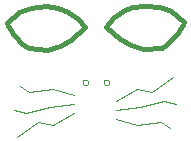
<source format=gbr>
%TF.GenerationSoftware,KiCad,Pcbnew,(5.1.9-0-10_14)*%
%TF.CreationDate,2021-10-18T11:35:41-07:00*%
%TF.ProjectId,cat_pcb_2a,6361745f-7063-4625-9f32-612e6b696361,rev?*%
%TF.SameCoordinates,Original*%
%TF.FileFunction,Legend,Top*%
%TF.FilePolarity,Positive*%
%FSLAX46Y46*%
G04 Gerber Fmt 4.6, Leading zero omitted, Abs format (unit mm)*
G04 Created by KiCad (PCBNEW (5.1.9-0-10_14)) date 2021-10-18 11:35:41*
%MOMM*%
%LPD*%
G01*
G04 APERTURE LIST*
%ADD10C,0.120000*%
%ADD11C,0.390625*%
G04 APERTURE END LIST*
D10*
X136652000Y-69342000D02*
X134620000Y-69596000D01*
X138430000Y-70612000D02*
X136398000Y-70866000D01*
X136652000Y-72390000D02*
X135382000Y-72136000D01*
X135382000Y-72136000D02*
X133604000Y-73406000D01*
X138430000Y-71374000D02*
X136652000Y-72390000D01*
X136398000Y-70866000D02*
X134366000Y-71374000D01*
X134620000Y-69596000D02*
X133858000Y-69088000D01*
X138430000Y-69850000D02*
X136652000Y-69342000D01*
X134366000Y-71374000D02*
X133350000Y-71120000D01*
X145796000Y-72136000D02*
X146558000Y-72644000D01*
X143764000Y-72390000D02*
X145796000Y-72136000D01*
X141986000Y-71882000D02*
X143764000Y-72390000D01*
X146050000Y-70358000D02*
X147066000Y-70612000D01*
X144018000Y-70866000D02*
X146050000Y-70358000D01*
X141986000Y-71120000D02*
X144018000Y-70866000D01*
X145034000Y-69596000D02*
X146812000Y-68326000D01*
X143764000Y-69342000D02*
X145034000Y-69596000D01*
X141986000Y-70358000D02*
X143764000Y-69342000D01*
X141478000Y-68834000D02*
G75*
G03*
X141478000Y-68834000I-254000J0D01*
G01*
X139700000Y-68834000D02*
G75*
G03*
X139700000Y-68834000I-254000J0D01*
G01*
D11*
X136058013Y-62359226D02*
X137121075Y-62477351D01*
X134758725Y-62477351D02*
X136058013Y-62359226D01*
X133813775Y-62831714D02*
X134758725Y-62477351D01*
X138184125Y-65194051D02*
X137239188Y-65666525D01*
X139365300Y-64131001D02*
X138184125Y-65194051D01*
X138774713Y-63422289D02*
X139365300Y-64131001D01*
X137947888Y-62831714D02*
X138774713Y-63422289D01*
X137121075Y-62477351D02*
X137947888Y-62831714D01*
X136058013Y-62359226D02*
X137121075Y-62477351D01*
X134758725Y-62477351D02*
X136058013Y-62359226D01*
X133813775Y-62831714D02*
X134758725Y-62477351D01*
X138184125Y-65194051D02*
X137239188Y-65666525D01*
X139365300Y-64131001D02*
X138184125Y-65194051D01*
X138774713Y-63422289D02*
X139365300Y-64131001D01*
X137947888Y-62831714D02*
X138774713Y-63422289D01*
X137121075Y-62477351D02*
X137947888Y-62831714D01*
X145851138Y-65838012D02*
X146242870Y-65604293D01*
X146242870Y-65604293D02*
X146602714Y-65296624D01*
X146602714Y-65296624D02*
X146924402Y-64947401D01*
X146924402Y-64947401D02*
X147201661Y-64589023D01*
X147201661Y-64589023D02*
X147428222Y-64253888D01*
X147428222Y-64253888D02*
X147630576Y-63917009D01*
X147630576Y-63917009D02*
X147741013Y-63711914D01*
X136176125Y-66020875D02*
X134640600Y-65902750D01*
X137239188Y-65666525D02*
X136176125Y-66020875D01*
X132750725Y-63776651D02*
X133813775Y-62831714D01*
X134640600Y-65902750D02*
X134248867Y-65669031D01*
X134248867Y-65669031D02*
X133889023Y-65361362D01*
X133889023Y-65361362D02*
X133567335Y-65012139D01*
X133567335Y-65012139D02*
X133290076Y-64653761D01*
X133290076Y-64653761D02*
X133063515Y-64318626D01*
X133063515Y-64318626D02*
X132861161Y-63981747D01*
X132861161Y-63981747D02*
X132750725Y-63776651D01*
X136176125Y-66020875D02*
X134640600Y-65902750D01*
X137239188Y-65666525D02*
X136176125Y-66020875D01*
X143370663Y-62412614D02*
X142543850Y-62766976D01*
X144433725Y-62294489D02*
X143370663Y-62412614D01*
X145733013Y-62412614D02*
X144433725Y-62294489D01*
X146677963Y-62766976D02*
X145733013Y-62412614D01*
X147741013Y-63711914D02*
X146677963Y-62766976D01*
X144315613Y-65956137D02*
X145851138Y-65838012D01*
X143252550Y-65601787D02*
X144315613Y-65956137D01*
X142307613Y-65129314D02*
X143252550Y-65601787D01*
X141126438Y-64066264D02*
X142307613Y-65129314D01*
X141717025Y-63357551D02*
X141126438Y-64066264D01*
X142543850Y-62766976D02*
X141717025Y-63357551D01*
X132750725Y-63776651D02*
X133813775Y-62831714D01*
X134640600Y-65902750D02*
X134248867Y-65669031D01*
X134248867Y-65669031D02*
X133889023Y-65361362D01*
X133889023Y-65361362D02*
X133567335Y-65012139D01*
X133567335Y-65012139D02*
X133290076Y-64653761D01*
X133290076Y-64653761D02*
X133063515Y-64318626D01*
X133063515Y-64318626D02*
X132861161Y-63981747D01*
X132861161Y-63981747D02*
X132750725Y-63776651D01*
X133813775Y-62831714D02*
X134758725Y-62477351D01*
X137121075Y-62477351D02*
X137947888Y-62831714D01*
X136058013Y-62359226D02*
X137121075Y-62477351D01*
X134758725Y-62477351D02*
X136058013Y-62359226D01*
X139365300Y-64131001D02*
X138184125Y-65194051D01*
X138774713Y-63422289D02*
X139365300Y-64131001D01*
X137947888Y-62831714D02*
X138774713Y-63422289D01*
X136176125Y-66020875D02*
X134640600Y-65902750D01*
X137239188Y-65666525D02*
X136176125Y-66020875D01*
X138184125Y-65194051D02*
X137239188Y-65666525D01*
X134640600Y-65902750D02*
X134248867Y-65669031D01*
X134248867Y-65669031D02*
X133889023Y-65361362D01*
X133889023Y-65361362D02*
X133567335Y-65012139D01*
X133567335Y-65012139D02*
X133290076Y-64653761D01*
X133290076Y-64653761D02*
X133063515Y-64318626D01*
X133063515Y-64318626D02*
X132861161Y-63981747D01*
X132861161Y-63981747D02*
X132750725Y-63776651D01*
X134758725Y-62477351D02*
X136058013Y-62359226D01*
X133813775Y-62831714D02*
X134758725Y-62477351D01*
X132750725Y-63776651D02*
X133813775Y-62831714D01*
X137947888Y-62831714D02*
X138774713Y-63422289D01*
X137121075Y-62477351D02*
X137947888Y-62831714D01*
X136058013Y-62359226D02*
X137121075Y-62477351D01*
X138184125Y-65194051D02*
X137239188Y-65666525D01*
X139365300Y-64131001D02*
X138184125Y-65194051D01*
X138774713Y-63422289D02*
X139365300Y-64131001D01*
X134640600Y-65902750D02*
X134248867Y-65669031D01*
X134248867Y-65669031D02*
X133889023Y-65361362D01*
X133889023Y-65361362D02*
X133567335Y-65012139D01*
X133567335Y-65012139D02*
X133290076Y-64653761D01*
X133290076Y-64653761D02*
X133063515Y-64318626D01*
X133063515Y-64318626D02*
X132861161Y-63981747D01*
X132861161Y-63981747D02*
X132750725Y-63776651D01*
X136176125Y-66020875D02*
X134640600Y-65902750D01*
X137239188Y-65666525D02*
X136176125Y-66020875D01*
X132750725Y-63776651D02*
X133813775Y-62831714D01*
M02*

</source>
